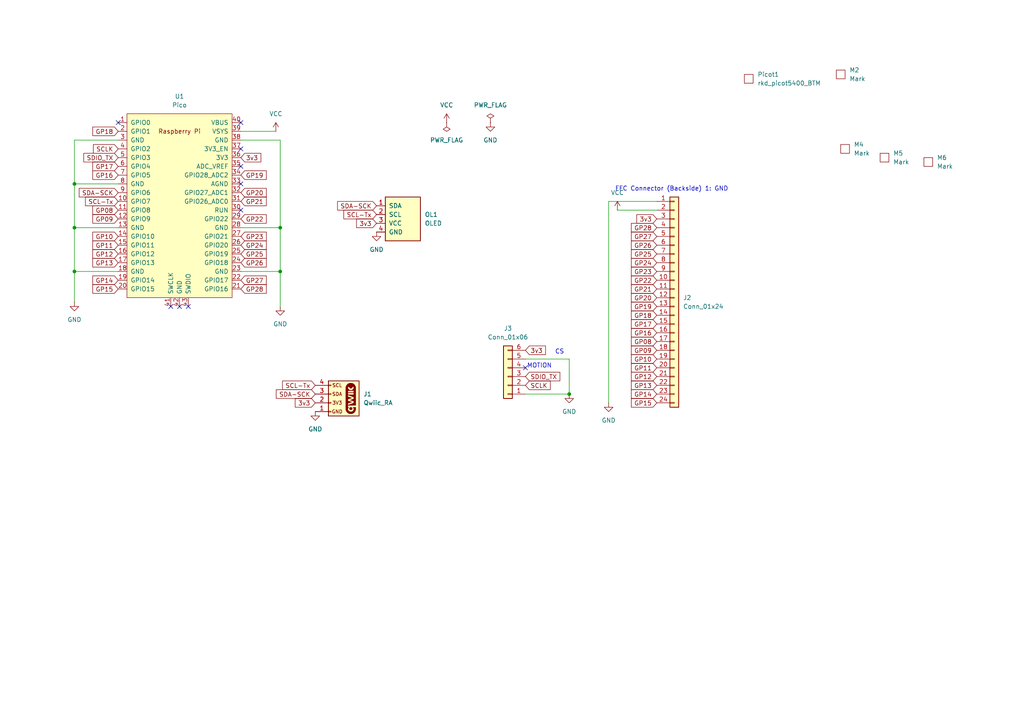
<source format=kicad_sch>
(kicad_sch (version 20231120) (generator "eeschema") (generator_version "8.0")
  (paper "A4")
  (lib_symbols
    (symbol "BrownSugar_KBD:Mark" (pin_numbers hide) (pin_names (offset 0) hide)
      (property "Reference" "M" (at 0 3.81 0))
      (property "Value" "Mark" (at 0 2.54 0))
      (symbol "Mark_0_1"
        (rectangle (start -1.27 1.27) (end 1.27 -1.27))
      )
    )
    (symbol "BrownSugar_KBD:OLED" (pin_names (offset 1.016))
      (property "Reference" "OL" (at 0 7.62 0))
      (property "Value" "OLED" (at 0 -7.62 0))
      (symbol "OLED_0_1"
        (rectangle (start -5.08 6.35) (end 5.08 -6.35) (stroke (width 0.254)) (fill (type background)))
      )
      (symbol "OLED_1_1"
        (pin bidirectional line (at -7.62 3.81 0) (length 2.54) (name "SDA") (number "1"))
        (pin bidirectional line (at -7.62 1.27 0) (length 2.54) (name "SCL") (number "2"))
        (pin power_in line (at -7.62 -1.27 0) (length 2.54) (name "VCC") (number "3"))
        (pin power_in line (at -7.62 -3.81 0) (length 2.54) (name "GND") (number "4"))
      )
    )
    (symbol "Connector_Generic:Conn_01x06" (pin_names (offset 1.016) hide)
      (property "Reference" "J" (at 0 7.62 0))
      (property "Value" "Conn_01x06" (at 0 -10.16 0))
      (symbol "Conn_01x06_1_1"
        (rectangle (start -1.27 -7.493) (end 0 -7.747) (stroke (width 0.1524)))
        (rectangle (start -1.27 -4.953) (end 0 -5.207) (stroke (width 0.1524)))
        (rectangle (start -1.27 -2.413) (end 0 -2.667) (stroke (width 0.1524)))
        (rectangle (start -1.27 0.127) (end 0 -0.127) (stroke (width 0.1524)))
        (rectangle (start -1.27 2.667) (end 0 2.413) (stroke (width 0.1524)))
        (rectangle (start -1.27 5.207) (end 0 4.953) (stroke (width 0.1524)))
        (rectangle (start -1.27 6.35) (end 1.27 -8.89) (stroke (width 0.254)) (fill (type background)))
        (pin passive line (at -5.08 5.08 0) (length 3.81) (name "Pin_1") (number "1"))
        (pin passive line (at -5.08 2.54 0) (length 3.81) (name "Pin_2") (number "2"))
        (pin passive line (at -5.08 0 0) (length 3.81) (name "Pin_3") (number "3"))
        (pin passive line (at -5.08 -2.54 0) (length 3.81) (name "Pin_4") (number "4"))
        (pin passive line (at -5.08 -5.08 0) (length 3.81) (name "Pin_5") (number "5"))
        (pin passive line (at -5.08 -7.62 0) (length 3.81) (name "Pin_6") (number "6"))
      )
    )
    (symbol "Connector_Generic:Conn_01x24" (pin_names (offset 1.016) hide)
      (property "Reference" "J" (at 0 30.48 0))
      (property "Value" "Conn_01x24" (at 0 -33.02 0))
      (symbol "Conn_01x24_1_1"
        (rectangle (start -1.27 -30.353) (end 0 -30.607) (stroke (width 0.1524)))
        (rectangle (start -1.27 -27.813) (end 0 -28.067) (stroke (width 0.1524)))
        (rectangle (start -1.27 -25.273) (end 0 -25.527) (stroke (width 0.1524)))
        (rectangle (start -1.27 -22.733) (end 0 -22.987) (stroke (width 0.1524)))
        (rectangle (start -1.27 -20.193) (end 0 -20.447) (stroke (width 0.1524)))
        (rectangle (start -1.27 -17.653) (end 0 -17.907) (stroke (width 0.1524)))
        (rectangle (start -1.27 -15.113) (end 0 -15.367) (stroke (width 0.1524)))
        (rectangle (start -1.27 -12.573) (end 0 -12.827) (stroke (width 0.1524)))
        (rectangle (start -1.27 -10.033) (end 0 -10.287) (stroke (width 0.1524)))
        (rectangle (start -1.27 -7.493) (end 0 -7.747) (stroke (width 0.1524)))
        (rectangle (start -1.27 -4.953) (end 0 -5.207) (stroke (width 0.1524)))
        (rectangle (start -1.27 -2.413) (end 0 -2.667) (stroke (width 0.1524)))
        (rectangle (start -1.27 0.127) (end 0 -0.127) (stroke (width 0.1524)))
        (rectangle (start -1.27 2.667) (end 0 2.413) (stroke (width 0.1524)))
        (rectangle (start -1.27 5.207) (end 0 4.953) (stroke (width 0.1524)))
        (rectangle (start -1.27 7.747) (end 0 7.493) (stroke (width 0.1524)))
        (rectangle (start -1.27 10.287) (end 0 10.033) (stroke (width 0.1524)))
        (rectangle (start -1.27 12.827) (end 0 12.573) (stroke (width 0.1524)))
        (rectangle (start -1.27 15.367) (end 0 15.113) (stroke (width 0.1524)))
        (rectangle (start -1.27 17.907) (end 0 17.653) (stroke (width 0.1524)))
        (rectangle (start -1.27 20.447) (end 0 20.193) (stroke (width 0.1524)))
        (rectangle (start -1.27 22.987) (end 0 22.733) (stroke (width 0.1524)))
        (rectangle (start -1.27 25.527) (end 0 25.273) (stroke (width 0.1524)))
        (rectangle (start -1.27 28.067) (end 0 27.813) (stroke (width 0.1524)))
        (rectangle (start -1.27 29.21) (end 1.27 -31.75) (stroke (width 0.254)) (fill (type background)))
        (pin passive line (at -5.08 27.94 0) (length 3.81) (name "Pin_1") (number "1"))
        (pin passive line (at -5.08 5.08 0) (length 3.81) (name "Pin_10") (number "10"))
        (pin passive line (at -5.08 2.54 0) (length 3.81) (name "Pin_11") (number "11"))
        (pin passive line (at -5.08 0 0) (length 3.81) (name "Pin_12") (number "12"))
        (pin passive line (at -5.08 -2.54 0) (length 3.81) (name "Pin_13") (number "13"))
        (pin passive line (at -5.08 -5.08 0) (length 3.81) (name "Pin_14") (number "14"))
        (pin passive line (at -5.08 -7.62 0) (length 3.81) (name "Pin_15") (number "15"))
        (pin passive line (at -5.08 -10.16 0) (length 3.81) (name "Pin_16") (number "16"))
        (pin passive line (at -5.08 -12.7 0) (length 3.81) (name "Pin_17") (number "17"))
        (pin passive line (at -5.08 -15.24 0) (length 3.81) (name "Pin_18") (number "18"))
        (pin passive line (at -5.08 -17.78 0) (length 3.81) (name "Pin_19") (number "19"))
        (pin passive line (at -5.08 25.4 0) (length 3.81) (name "Pin_2") (number "2"))
        (pin passive line (at -5.08 -20.32 0) (length 3.81) (name "Pin_20") (number "20"))
        (pin passive line (at -5.08 -22.86 0) (length 3.81) (name "Pin_21") (number "21"))
        (pin passive line (at -5.08 -25.4 0) (length 3.81) (name "Pin_22") (number "22"))
        (pin passive line (at -5.08 -27.94 0) (length 3.81) (name "Pin_23") (number "23"))
        (pin passive line (at -5.08 -30.48 0) (length 3.81) (name "Pin_24") (number "24"))
        (pin passive line (at -5.08 22.86 0) (length 3.81) (name "Pin_3") (number "3"))
        (pin passive line (at -5.08 20.32 0) (length 3.81) (name "Pin_4") (number "4"))
        (pin passive line (at -5.08 17.78 0) (length 3.81) (name "Pin_5") (number "5"))
        (pin passive line (at -5.08 15.24 0) (length 3.81) (name "Pin_6") (number "6"))
        (pin passive line (at -5.08 12.7 0) (length 3.81) (name "Pin_7") (number "7"))
        (pin passive line (at -5.08 10.16 0) (length 3.81) (name "Pin_8") (number "8"))
        (pin passive line (at -5.08 7.62 0) (length 3.81) (name "Pin_9") (number "9"))
      )
    )
    (symbol "RPi_Pico:Pico" (pin_names (offset 1.016))
      (property "Reference" "U" (at -13.97 27.94 0))
      (property "Value" "Pico" (at 0 19.05 0))
      (symbol "Pico_0_0"
        (text "Raspberry Pi" (at 0 21.59 0) (effects (font (size 1.27 1.27))))
      )
      (symbol "Pico_0_1"
        (rectangle (start -15.24 26.67) (end 15.24 -26.67) (fill (type background)))
      )
      (symbol "Pico_1_1"
        (pin bidirectional line (at -17.78 24.13 0) (length 2.54) (name "GPIO0") (number "1"))
        (pin bidirectional line (at -17.78 1.27 0) (length 2.54) (name "GPIO7") (number "10"))
        (pin bidirectional line (at -17.78 -1.27 0) (length 2.54) (name "GPIO8") (number "11"))
        (pin bidirectional line (at -17.78 -3.81 0) (length 2.54) (name "GPIO9") (number "12"))
        (pin power_in line (at -17.78 -6.35 0) (length 2.54) (name "GND") (number "13"))
        (pin bidirectional line (at -17.78 -8.89 0) (length 2.54) (name "GPIO10") (number "14"))
        (pin bidirectional line (at -17.78 -11.43 0) (length 2.54) (name "GPIO11") (number "15"))
        (pin bidirectional line (at -17.78 -13.97 0) (length 2.54) (name "GPIO12") (number "16"))
        (pin bidirectional line (at -17.78 -16.51 0) (length 2.54) (name "GPIO13") (number "17"))
        (pin power_in line (at -17.78 -19.05 0) (length 2.54) (name "GND") (number "18"))
        (pin bidirectional line (at -17.78 -21.59 0) (length 2.54) (name "GPIO14") (number "19"))
        (pin bidirectional line (at -17.78 21.59 0) (length 2.54) (name "GPIO1") (number "2"))
        (pin bidirectional line (at -17.78 -24.13 0) (length 2.54) (name "GPIO15") (number "20"))
        (pin bidirectional line (at 17.78 -24.13 180) (length 2.54) (name "GPIO16") (number "21"))
        (pin bidirectional line (at 17.78 -21.59 180) (length 2.54) (name "GPIO17") (number "22"))
        (pin power_in line (at 17.78 -19.05 180) (length 2.54) (name "GND") (number "23"))
        (pin bidirectional line (at 17.78 -16.51 180) (length 2.54) (name "GPIO18") (number "24"))
        (pin bidirectional line (at 17.78 -13.97 180) (length 2.54) (name "GPIO19") (number "25"))
        (pin bidirectional line (at 17.78 -11.43 180) (length 2.54) (name "GPIO20") (number "26"))
        (pin bidirectional line (at 17.78 -8.89 180) (length 2.54) (name "GPIO21") (number "27"))
        (pin power_in line (at 17.78 -6.35 180) (length 2.54) (name "GND") (number "28"))
        (pin bidirectional line (at 17.78 -3.81 180) (length 2.54) (name "GPIO22") (number "29"))
        (pin power_in line (at -17.78 19.05 0) (length 2.54) (name "GND") (number "3"))
        (pin input line (at 17.78 -1.27 180) (length 2.54) (name "RUN") (number "30"))
        (pin bidirectional line (at 17.78 1.27 180) (length 2.54) (name "GPIO26_ADC0") (number "31"))
        (pin bidirectional line (at 17.78 3.81 180) (length 2.54) (name "GPIO27_ADC1") (number "32"))
        (pin power_in line (at 17.78 6.35 180) (length 2.54) (name "AGND") (number "33"))
        (pin bidirectional line (at 17.78 8.89 180) (length 2.54) (name "GPIO28_ADC2") (number "34"))
        (pin unspecified line (at 17.78 11.43 180) (length 2.54) (name "ADC_VREF") (number "35"))
        (pin unspecified line (at 17.78 13.97 180) (length 2.54) (name "3V3") (number "36"))
        (pin input line (at 17.78 16.51 180) (length 2.54) (name "3V3_EN") (number "37"))
        (pin bidirectional line (at 17.78 19.05 180) (length 2.54) (name "GND") (number "38"))
        (pin unspecified line (at 17.78 21.59 180) (length 2.54) (name "VSYS") (number "39"))
        (pin bidirectional line (at -17.78 16.51 0) (length 2.54) (name "GPIO2") (number "4"))
        (pin unspecified line (at 17.78 24.13 180) (length 2.54) (name "VBUS") (number "40"))
        (pin input line (at -2.54 -29.21 90) (length 2.54) (name "SWCLK") (number "41"))
        (pin power_in line (at 0 -29.21 90) (length 2.54) (name "GND") (number "42"))
        (pin bidirectional line (at 2.54 -29.21 90) (length 2.54) (name "SWDIO") (number "43"))
        (pin bidirectional line (at -17.78 13.97 0) (length 2.54) (name "GPIO3") (number "5"))
        (pin bidirectional line (at -17.78 11.43 0) (length 2.54) (name "GPIO4") (number "6"))
        (pin bidirectional line (at -17.78 8.89 0) (length 2.54) (name "GPIO5") (number "7"))
        (pin power_in line (at -17.78 6.35 0) (length 2.54) (name "GND") (number "8"))
        (pin bidirectional line (at -17.78 3.81 0) (length 2.54) (name "GPIO6") (number "9"))
      )
    )
    (symbol "SparkFun-Connector:Qwiic_Right_Angle" (pin_names (offset 1.016) hide)
      (property "Reference" "J" (at 0 5.08 0))
      (property "Value" "Qwiic_RA" (at 0 -7.62 0))
      (symbol "Qwiic_Right_Angle_0_0"
        (polyline (pts (xy 5.6514 -4.1459) (xy 5.6299 -4.0654) (xy 5.5924 -3.9985) (xy 5.5373 -3.9428) (xy 5.4632 -3.8962) (xy 5.4394 -3.8843) (xy 5.402 -3.8678) (xy 5.3681 -3.8578) (xy 5.3294 -3.8521) (xy 5.2774 -3.8485) (xy 5.2184 -3.8474) (xy 5.1227 -3.8564) (xy 5.0405 -3.8803) (xy 4.9695 -3.9199) (xy 4.9078 -3.9759) (xy 4.8937 -3.9923) (xy 4.8535 -4.0549) (xy 4.8308 -4.124) (xy 4.8237 -4.2048) (xy 4.8239 -4.222) (xy 4.8343 -4.3011) (xy 4.8608 -4.3692) (xy 4.9051 -4.4308) (xy 4.9328 -4.4589) (xy 5.0009 -4.509) (xy 5.0793 -4.5424) (xy 5.1699 -4.5595) (xy 5.2745 -4.5612) (xy 5.3262 -4.5564) (xy 5.4199 -4.5347) (xy 5.4992 -4.4971) (xy 5.5638 -4.444) (xy 5.6131 -4.3757) (xy 5.6467 -4.2926) (xy 5.65 -4.2788) (xy 5.656 -4.2325) (xy 5.6563 -4.1875) (xy 5.6514 -4.1459)) (stroke (width 0.01)) (fill (type outline)))
        (polyline (pts (xy 6.6693 -0.6791) (xy 6.666 1.9332) (xy 6.6418 2.0386) (xy 6.6301 2.0866) (xy 6.5791 2.2527) (xy 6.5141 2.404) (xy 6.4337 2.5432) (xy 6.3364 2.673) (xy 6.2208 2.7959) (xy 6.1699 2.8428) (xy 6.0305 2.9527) (xy 5.8839 3.0422) (xy 5.7295 3.1115) (xy 5.5668 3.1608) (xy 5.3953 3.1902) (xy 5.2146 3.1999) (xy 5.1695 3.1994) (xy 5.0056 3.1868) (xy 4.8507 3.1568) (xy 4.7006 3.1083) (xy 4.5508 3.0404) (xy 4.5104 3.0187) (xy 4.3609 2.9237) (xy 4.2262 2.8129) (xy 4.1067 2.6872) (xy 4.0032 2.5475) (xy 3.9162 2.3947) (xy 3.8466 2.2295) (xy 3.7947 2.0528) (xy 3.7931 2.0453) (xy 3.7912 2.0356) (xy 3.7895 2.0242) (xy 3.7879 2.0106) (xy 3.7864 1.9938) (xy 3.785 1.9733) (xy 3.7837 1.9481) (xy 3.7825 1.9176) (xy 3.7815 1.8811) (xy 3.7805 1.8377) (xy 3.7796 1.7868) (xy 3.7789 1.7275) (xy 3.7781 1.6592) (xy 3.7775 1.5811) (xy 3.777 1.4925) (xy 3.7765 1.3925) (xy 3.7761 1.2805) (xy 3.7757 1.1557) (xy 3.7754 1.0174) (xy 3.7751 0.8648) (xy 3.7749 0.6972) (xy 3.7748 0.5138) (xy 3.7746 0.3139) (xy 3.7745 0.0967) (xy 3.7745 -0.1385) (xy 3.7744 -0.3925) (xy 3.7744 -0.666) (xy 3.7744 -0.9597) (xy 3.7744 -1.2744) (xy 3.7744 -4.5147) (xy 3.8041 -4.6318) (xy 3.8237 -4.7026) (xy 3.8837 -4.868) (xy 3.9606 -5.0206) (xy 4.0556 -5.1623) (xy 4.1695 -5.2947) (xy 4.2945 -5.4115) (xy 4.4355 -5.5159) (xy 4.5859 -5.6007) (xy 4.7459 -5.6661) (xy 4.916 -5.7122) (xy 5.0965 -5.7394) (xy 5.2571 -5.7442) (xy 5.4226 -5.7293) (xy 5.5891 -5.6949) (xy 5.7533 -5.6416) (xy 5.8236 -5.6121) (xy 5.9729 -5.5329) (xy 6.1112 -5.4365) (xy 6.237 -5.3244) (xy 6.3494 -5.1984) (xy 6.4469 -5.0601) (xy 6.5284 -4.9112) (xy 6.5926 -4.7532) (xy 6.6384 -4.5879) (xy 6.6645 -4.4168) (xy 6.6652 -4.405) (xy 6.6664 -4.3703) (xy 6.6676 -4.3199) (xy 6.6687 -4.2572) (xy 6.6696 -4.1859) (xy 6.6703 -4.1097) (xy 6.6721 -3.846) (xy 6.2655 -3.846) (xy 5.8589 -3.846) (xy 5.9219 -3.9104) (xy 5.9349 -3.9241) (xy 6.0001 -4.0112) (xy 6.0471 -4.1097) (xy 6.0754 -4.2189) (xy 6.085 -4.338) (xy 6.0781 -4.4509) (xy 6.0523 -4.5755) (xy 6.0066 -4.6941) (xy 5.952 -4.7864) (xy 5.8765 -4.8752) (xy 5.7858 -4.9517) (xy 5.6826 -5.0132) (xy 5.6313 -5.0372) (xy 5.5644 -5.0638) (xy 5.4981 -5.0834) (xy 5.4249 -5.0981) (xy 5.3375 -5.1098) (xy 5.2452 -5.1158) (xy 5.122 -5.1113) (xy 5.0004 -5.0938) (xy 4.8864 -5.0641) (xy 4.7856 -5.0232) (xy 4.6831 -4.9619) (xy 4.5878 -4.8817) (xy 4.5089 -4.7878) (xy 4.4472 -4.6811) (xy 4.4036 -4.5627) (xy 4.4031 -4.5611) (xy 4.3912 -4.4987) (xy 4.3845 -4.4244) (xy 4.3831 -4.3446) (xy 4.3869 -4.2661) (xy 4.3957 -4.1956) (xy 4.4094 -4.1396) (xy 4.4322 -4.082) (xy 4.485 -3.9879) (xy 4.5552 -3.9031) (xy 4.6109 -3.846) (xy 4.5052 -3.846) (xy 4.3996 -3.846) (xy 4.3996 -3.5687) (xy 4.3996 -3.2914) (xy 4.405 -3.2914) (xy 4.405 -3.2023) (xy 4.4021 -2.9296) (xy 4.4018 -2.8964) (xy 4.4015 -2.8076) (xy 4.4023 -2.7393) (xy 4.4041 -2.6908) (xy 4.407 -2.6611) (xy 4.4111 -2.6495) (xy 4.4137 -2.6484) (xy 4.434 -2.6418) (xy 4.4723 -2.6298) (xy 4.5268 -2.6132) (xy 4.5954 -2.5924) (xy 4.6761 -2.5683) (xy 4.767 -2.5412) (xy 4.866 -2.5118) (xy 4.9713 -2.4808) (xy 5.0173 -2.4672) (xy 5.119 -2.4369) (xy 5.2131 -2.4086) (xy 5.2977 -2.3828) (xy 5.3709 -2.3601) (xy 5.4307 -2.3411) (xy 5.4753 -2.3264) (xy 5.5029 -2.3166) (xy 5.5114 -2.3123) (xy 5.505 -2.3098) (xy 5.4796 -2.3016) (xy 5.4371 -2.2885) (xy 5.3794 -2.2711) (xy 5.3088 -2.2502) (xy 5.2275 -2.2264) (xy 5.1375 -2.2002) (xy 5.0411 -2.1724) (xy 4.9851 -2.1562) (xy 4.8864 -2.1278) (xy 4.7926 -2.1007) (xy 4.7062 -2.0757) (xy 4.63 -2.0536) (xy 4.5666 -2.0351) (xy 4.5187 -2.0211) (xy 4.4891 -2.0123) (xy 4.3992 -1.9852) (xy 4.4021 -1.7229) (xy 4.405 -1.4606) (xy 4.5844 -1.4084) (xy 4.6163 -1.3992) (xy 4.7739 -1.3533) (xy 4.9121 -1.3131) (xy 5.0321 -1.278) (xy 5.1352 -1.2478) (xy 5.2224 -1.2221) (xy 5.2951 -1.2004) (xy 5.3545 -1.1824) (xy 5.4018 -1.1676) (xy 5.4382 -1.1558) (xy 5.465 -1.1465) (xy 5.4834 -1.1392) (xy 5.4945 -1.1338) (xy 5.4997 -1.1296) (xy 5.5001 -1.1264) (xy 5.497 -1.1238) (xy 5.4915 -1.1214) (xy 5.4896 -1.1207) (xy 5.4687 -1.114) (xy 5.4296 -1.1019) (xy 5.3743 -1.0851) (xy 5.3049 -1.0643) (xy 5.2237 -1.04) (xy 5.1326 -1.013) (xy 5.0339 -0.9838) (xy 4.9297 -0.9531) (xy 4.3996 -0.7973) (xy 4.3996 -0.533) (xy 4.3997 -0.479) (xy 4.4004 -0.4111) (xy 4.4015 -0.3532) (xy 4.4029 -0.3082) (xy 4.4047 -0.279) (xy 4.4066 -0.2687) (xy 4.409 -0.2694) (xy 4.4284 -0.2761) (xy 4.4661 -0.2895) (xy 4.5204 -0.309) (xy 4.5899 -0.3341) (xy 4.6729 -0.3642) (xy 4.7681 -0.3988) (xy 4.8737 -0.4372) (xy 4.9883 -0.479) (xy 5.1104 -0.5236) (xy 5.2384 -0.5703) (xy 6.0632 -0.872) (xy 6.0632 -0.1926) (xy 5.2314 -0.1926) (xy 4.3996 -0.1926) (xy 4.3996 0.0793) (xy 4.3996 0.3511) (xy 5.2314 0.3511) (xy 6.0632 0.3511) (xy 6.0632 0.4598) (xy 5.2314 0.4598) (xy 4.3996 0.4598) (xy 4.3996 0.7317) (xy 4.3996 1.0035) (xy 5.2314 1.0035) (xy 5.2368 1.0035) (xy 5.2368 1.1177) (xy 5.1465 1.1192) (xy 5.0667 1.1248) (xy 4.9975 1.1357) (xy 4.9332 1.1532) (xy 4.8683 1.1784) (xy 4.7971 1.2126) (xy 4.7662 1.2298) (xy 4.6808 1.2903) (xy 4.6008 1.3651) (xy 4.5314 1.4489) (xy 4.4781 1.5363) (xy 4.4686 1.5557) (xy 4.4306 1.6462) (xy 4.4052 1.7353) (xy 4.3905 1.8304) (xy 4.385 1.9386) (xy 4.3833 2.0745) (xy 4.6089 2.0775) (xy 4.8345 2.0804) (xy 4.8348 1.9959) (xy 4.8368 1.9483) (xy 4.8488 1.8858) (xy 4.8738 1.8316) (xy 4.9144 1.7788) (xy 4.9734 1.7289) (xy 5.0458 1.6921) (xy 5.1277 1.6689) (xy 5.215 1.6593) (xy 5.3038 1.6635) (xy 5.3902 1.6815) (xy 5.4702 1.7136) (xy 5.54 1.7597) (xy 5.5733 1.7923) (xy 5.6073 1.844) (xy 5.628 1.9066) (xy 5.6372 1.9843) (xy 5.6418 2.0804) (xy 5.8607 2.0775) (xy 6.0795 2.0745) (xy 6.0811 1.9712) (xy 6.0811 1.9207) (xy 6.0739 1.8134) (xy 6.0554 1.7157) (xy 6.024 1.6204) (xy 5.9781 1.5204) (xy 5.9341 1.4457) (xy 5.8571 1.3499) (xy 5.7651 1.2695) (xy 5.6591 1.2056) (xy 5.6251 1.1892) (xy 5.5646 1.1627) (xy 5.5097 1.1435) (xy 5.4549 1.1305) (xy 5.3948 1.1226) (xy 5.3239 1.1188) (xy 5.2368 1.1177) (xy 5.2368 1.0035) (xy 6.0632 1.0035) (xy 6.0632 0.7317) (xy 6.0632 0.4598) (xy 6.0632 0.3511) (xy 6.0632 0.0793) (xy 6.0632 -0.1926) (xy 6.0632 -0.872) (xy 6.0632 -1.1439) (xy 6.0632 -1.4158) (xy 5.552 -1.5728) (xy 5.5357 -1.5778) (xy 5.4361 -1.6086) (xy 5.3436 -1.6376) (xy 5.2603 -1.6641) (xy 5.1881 -1.6874) (xy 5.129 -1.707) (xy 5.0848 -1.7222) (xy 5.0575 -1.7324) (xy 5.0491 -1.7369) (xy 5.0493 -1.737) (xy 5.0624 -1.742) (xy 5.094 -1.7527) (xy 5.1423 -1.7684) (xy 5.2051 -1.7886) (xy 5.2803 -1.8124) (xy 5.3659 -1.8394) (xy 5.46 -1.8688) (xy 5.5603 -1.9) (xy 6.0632 -2.0559) (xy 6.063 -2.3284) (xy 6.0628 -2.601) (xy 5.2339 -2.9017) (xy 4.405 -3.2023) (xy 4.405 -3.2914) (xy 5.5361 -3.2914) (xy 6.6725 -3.2914) (xy 6.6693 -0.6791)) (stroke (width 0.01)) (fill (type outline)))
      )
      (symbol "Qwiic_Right_Angle_1_1"
        (rectangle (start -1.27 -4.953) (end -0.508 -5.207) (stroke (width 0.1524)))
        (rectangle (start -1.27 -2.413) (end -0.508 -2.667) (stroke (width 0.1524)))
        (rectangle (start -1.27 0.127) (end -0.508 -0.127) (stroke (width 0.1524)))
        (rectangle (start -1.27 2.667) (end -0.508 2.413) (stroke (width 0.1524)))
        (rectangle (start -1.27 3.81) (end 7.62 -6.35) (stroke (width 0.254)) (fill (type background)))
        (text "3V3" (at 1.27 -2.54 0) (effects (font (size 1 1))))
        (text "GND" (at 1.27 -5.08 0) (effects (font (size 1 1))))
        (text "SCL" (at 1.27 2.54 0) (effects (font (size 1 1))))
        (text "SDA" (at 1.27 0 0) (effects (font (size 1 1))))
        (pin passive line (at -5.08 -5.08 0) (length 3.81) (name "Pin_1") (number "1"))
        (pin passive line (at -5.08 -2.54 0) (length 3.81) (name "Pin_2") (number "2"))
        (pin passive line (at -5.08 0 0) (length 3.81) (name "Pin_3") (number "3"))
        (pin passive line (at -5.08 2.54 0) (length 3.81) (name "Pin_4") (number "4"))
        (pin no_connect line (at 5.08 3.81 270) (length 2.54) hide (name "NC") (number "NC1"))
        (pin no_connect line (at 6.35 3.81 270) (length 2.54) hide (name "NC") (number "NC2"))
      )
    )
    (symbol "power:GND" (power) (pin_numbers hide) (pin_names (offset 0) hide)
      (property "Value" "GND" (at 0 -3.81 0))
      (symbol "GND_0_1"
        (polyline (pts (xy 0 0) (xy 0 -1.27) (xy 1.27 -1.27) (xy 0 -2.54) (xy -1.27 -1.27) (xy 0 -1.27)))
      )
      (symbol "GND_1_1"
        (pin power_in line (at 0 0 270) (length 0) (name "~") (number "1"))
      )
    )
    (symbol "power:PWR_FLAG" (power) (pin_numbers hide) (pin_names (offset 0) hide)
      (property "Value" "PWR_FLAG" (at 0 3.81 0))
      (symbol "PWR_FLAG_0_0"
        (pin power_out line (at 0 0 90) (length 0) (name "~") (number "1"))
      )
      (symbol "PWR_FLAG_0_1"
        (polyline (pts (xy 0 0) (xy 0 1.27) (xy -1.016 1.905) (xy 0 2.54) (xy 1.016 1.905) (xy 0 1.27)))
      )
    )
    (symbol "power:VCC" (power) (pin_numbers hide) (pin_names (offset 0) hide)
      (property "Value" "VCC" (at 0 3.556 0))
      (symbol "VCC_0_1"
        (polyline (pts (xy -0.762 1.27) (xy 0 2.54)))
        (polyline (pts (xy 0 0) (xy 0 2.54)))
        (polyline (pts (xy 0 2.54) (xy 0.762 1.27)))
      )
      (symbol "VCC_1_1"
        (pin power_in line (at 0 0 90) (length 0) (name "~") (number "1"))
      )
    )
  )
  (junction (at 21.59 66.04))
  (junction (at 81.28 78.74))
  (junction (at 21.59 78.74))
  (junction (at 165.1 114.3))
  (junction (at 81.28 66.04))
  (junction (at 21.59 53.34))
  (no_connect (at 69.85 35.56))
  (no_connect (at 69.85 60.96))
  (no_connect (at 34.29 35.56))
  (no_connect (at 54.61 88.9))
  (no_connect (at 69.85 48.26))
  (no_connect (at 49.53 88.9))
  (no_connect (at 69.85 43.18))
  (no_connect (at 152.4 106.68))
  (no_connect (at 52.07 88.9))
  (no_connect (at 69.85 53.34))
  (wire (pts (xy 81.28 66.04) (xy 81.28 78.74)))
  (wire (pts (xy 34.29 40.64) (xy 21.59 40.64)))
  (wire (pts (xy 34.29 53.34) (xy 21.59 53.34)))
  (wire (pts (xy 81.28 78.74) (xy 81.28 88.9)))
  (wire (pts (xy 176.53 58.42) (xy 176.53 116.84)))
  (wire (pts (xy 179.07 60.96) (xy 190.5 60.96)))
  (wire (pts (xy 21.59 78.74) (xy 21.59 87.63)))
  (wire (pts (xy 81.28 40.64) (xy 81.28 66.04)))
  (wire (pts (xy 21.59 53.34) (xy 21.59 66.04)))
  (wire (pts (xy 21.59 66.04) (xy 21.59 78.74)))
  (wire (pts (xy 165.1 104.14) (xy 152.4 104.14)))
  (wire (pts (xy 69.85 78.74) (xy 81.28 78.74)))
  (wire (pts (xy 69.85 38.1) (xy 80.01 38.1)))
  (wire (pts (xy 34.29 78.74) (xy 21.59 78.74)))
  (wire (pts (xy 69.85 40.64) (xy 81.28 40.64)))
  (wire (pts (xy 34.29 66.04) (xy 21.59 66.04)))
  (wire (pts (xy 165.1 104.14) (xy 165.1 114.3)))
  (wire (pts (xy 21.59 40.64) (xy 21.59 53.34)))
  (wire (pts (xy 152.4 114.3) (xy 165.1 114.3)))
  (wire (pts (xy 190.5 58.42) (xy 176.53 58.42)))
  (wire (pts (xy 69.85 66.04) (xy 81.28 66.04)))
  (text "CS" (at 162.306 102.108 0) (effects (font (size 1.27 1.27))))
  (text "MOTION" (at 156.464 106.172 0) (effects (font (size 1.27 1.27))))
  (text "FFC Connector (Backside) 1: GND" (at 194.818 54.864 0) (effects (font (size 1.27 1.27))))
  (global_label "GP28" (shape input) (at 190.5 66.04 180) (property "Intersheetrefs" "${INTERSHEET_REFS}" (effects (hide yes))))
  (global_label "GP13" (shape input) (at 34.29 76.2 180) (property "Intersheetrefs" "${INTERSHEET_REFS}" (effects (hide yes))))
  (global_label "3v3" (shape input) (at 109.22 64.77 180) (property "Intersheetrefs" "${INTERSHEET_REFS}" (effects (hide yes))))
  (global_label "GP24" (shape input) (at 69.85 71.12 0) (property "Intersheetrefs" "${INTERSHEET_REFS}" (effects (hide yes))))
  (global_label "SDA-SCK" (shape input) (at 109.22 59.69 180) (property "Intersheetrefs" "${INTERSHEET_REFS}" (effects (hide yes))))
  (global_label "GP10" (shape input) (at 190.5 104.14 180) (property "Intersheetrefs" "${INTERSHEET_REFS}" (effects (hide yes))))
  (global_label "GP22" (shape input) (at 190.5 81.28 180) (property "Intersheetrefs" "${INTERSHEET_REFS}" (effects (hide yes))))
  (global_label "3v3" (shape input) (at 152.4 101.6 0) (property "Intersheetrefs" "${INTERSHEET_REFS}" (effects (hide yes))))
  (global_label "GP19" (shape input) (at 69.85 50.8 0) (property "Intersheetrefs" "${INTERSHEET_REFS}" (effects (hide yes))))
  (global_label "SDIO_TX" (shape input) (at 34.29 45.72 180) (property "Intersheetrefs" "${INTERSHEET_REFS}" (effects (hide yes))))
  (global_label "GP09" (shape input) (at 34.29 63.5 180) (property "Intersheetrefs" "${INTERSHEET_REFS}" (effects (hide yes))))
  (global_label "GP08" (shape input) (at 34.29 60.96 180) (property "Intersheetrefs" "${INTERSHEET_REFS}" (effects (hide yes))))
  (global_label "GP09" (shape input) (at 190.5 101.6 180) (property "Intersheetrefs" "${INTERSHEET_REFS}" (effects (hide yes))))
  (global_label "GP15" (shape input) (at 190.5 116.84 180) (property "Intersheetrefs" "${INTERSHEET_REFS}" (effects (hide yes))))
  (global_label "GP14" (shape input) (at 34.29 81.28 180) (property "Intersheetrefs" "${INTERSHEET_REFS}" (effects (hide yes))))
  (global_label "SCLK" (shape input) (at 34.29 43.18 180) (property "Intersheetrefs" "${INTERSHEET_REFS}" (effects (hide yes))))
  (global_label "GP21" (shape input) (at 69.85 58.42 0) (property "Intersheetrefs" "${INTERSHEET_REFS}" (effects (hide yes))))
  (global_label "SDA-SCK" (shape input) (at 34.29 55.88 180) (property "Intersheetrefs" "${INTERSHEET_REFS}" (effects (hide yes))))
  (global_label "GP21" (shape input) (at 190.5 83.82 180) (property "Intersheetrefs" "${INTERSHEET_REFS}" (effects (hide yes))))
  (global_label "SCL-Tx" (shape input) (at 34.29 58.42 180) (property "Intersheetrefs" "${INTERSHEET_REFS}" (effects (hide yes))))
  (global_label "SCL-Tx" (shape input) (at 91.44 111.76 180) (property "Intersheetrefs" "${INTERSHEET_REFS}" (effects (hide yes))))
  (global_label "GP25" (shape input) (at 190.5 73.66 180) (property "Intersheetrefs" "${INTERSHEET_REFS}" (effects (hide yes))))
  (global_label "GP11" (shape input) (at 190.5 106.68 180) (property "Intersheetrefs" "${INTERSHEET_REFS}" (effects (hide yes))))
  (global_label "GP26" (shape input) (at 69.85 76.2 0) (property "Intersheetrefs" "${INTERSHEET_REFS}" (effects (hide yes))))
  (global_label "GP24" (shape input) (at 190.5 76.2 180) (property "Intersheetrefs" "${INTERSHEET_REFS}" (effects (hide yes))))
  (global_label "GP28" (shape input) (at 69.85 83.82 0) (property "Intersheetrefs" "${INTERSHEET_REFS}" (effects (hide yes))))
  (global_label "GP14" (shape input) (at 190.5 114.3 180) (property "Intersheetrefs" "${INTERSHEET_REFS}" (effects (hide yes))))
  (global_label "3v3" (shape input) (at 69.85 45.72 0) (property "Intersheetrefs" "${INTERSHEET_REFS}" (effects (hide yes))))
  (global_label "GP27" (shape input) (at 190.5 68.58 180) (property "Intersheetrefs" "${INTERSHEET_REFS}" (effects (hide yes))))
  (global_label "GP19" (shape input) (at 190.5 88.9 180) (property "Intersheetrefs" "${INTERSHEET_REFS}" (effects (hide yes))))
  (global_label "GP23" (shape input) (at 190.5 78.74 180) (property "Intersheetrefs" "${INTERSHEET_REFS}" (effects (hide yes))))
  (global_label "GP27" (shape input) (at 69.85 81.28 0) (property "Intersheetrefs" "${INTERSHEET_REFS}" (effects (hide yes))))
  (global_label "GP12" (shape input) (at 34.29 73.66 180) (property "Intersheetrefs" "${INTERSHEET_REFS}" (effects (hide yes))))
  (global_label "SDA-SCK" (shape input) (at 91.44 114.3 180) (property "Intersheetrefs" "${INTERSHEET_REFS}" (effects (hide yes))))
  (global_label "GP20" (shape input) (at 69.85 55.88 0) (property "Intersheetrefs" "${INTERSHEET_REFS}" (effects (hide yes))))
  (global_label "GP25" (shape input) (at 69.85 73.66 0) (property "Intersheetrefs" "${INTERSHEET_REFS}" (effects (hide yes))))
  (global_label "SCL-Tx" (shape input) (at 109.22 62.23 180) (property "Intersheetrefs" "${INTERSHEET_REFS}" (effects (hide yes))))
  (global_label "GP12" (shape input) (at 190.5 109.22 180) (property "Intersheetrefs" "${INTERSHEET_REFS}" (effects (hide yes))))
  (global_label "GP13" (shape input) (at 190.5 111.76 180) (property "Intersheetrefs" "${INTERSHEET_REFS}" (effects (hide yes))))
  (global_label "GP15" (shape input) (at 34.29 83.82 180) (property "Intersheetrefs" "${INTERSHEET_REFS}" (effects (hide yes))))
  (global_label "GP10" (shape input) (at 34.29 68.58 180) (property "Intersheetrefs" "${INTERSHEET_REFS}" (effects (hide yes))))
  (global_label "GP23" (shape input) (at 69.85 68.58 0) (property "Intersheetrefs" "${INTERSHEET_REFS}" (effects (hide yes))))
  (global_label "SDIO_TX" (shape input) (at 152.4 109.22 0) (property "Intersheetrefs" "${INTERSHEET_REFS}" (effects (hide yes))))
  (global_label "GP22" (shape input) (at 69.85 63.5 0) (property "Intersheetrefs" "${INTERSHEET_REFS}" (effects (hide yes))))
  (global_label "GP26" (shape input) (at 190.5 71.12 180) (property "Intersheetrefs" "${INTERSHEET_REFS}" (effects (hide yes))))
  (global_label "GP17" (shape input) (at 190.5 93.98 180) (property "Intersheetrefs" "${INTERSHEET_REFS}" (effects (hide yes))))
  (global_label "SCLK" (shape input) (at 152.4 111.76 0) (property "Intersheetrefs" "${INTERSHEET_REFS}" (effects (hide yes))))
  (global_label "GP16" (shape input) (at 190.5 96.52 180) (property "Intersheetrefs" "${INTERSHEET_REFS}" (effects (hide yes))))
  (global_label "GP17" (shape input) (at 34.29 48.26 180) (property "Intersheetrefs" "${INTERSHEET_REFS}" (effects (hide yes))))
  (global_label "GP18" (shape input) (at 34.29 38.1 180) (property "Intersheetrefs" "${INTERSHEET_REFS}" (effects (hide yes))))
  (global_label "GP08" (shape input) (at 190.5 99.06 180) (property "Intersheetrefs" "${INTERSHEET_REFS}" (effects (hide yes))))
  (global_label "GP18" (shape input) (at 190.5 91.44 180) (property "Intersheetrefs" "${INTERSHEET_REFS}" (effects (hide yes))))
  (global_label "GP11" (shape input) (at 34.29 71.12 180) (property "Intersheetrefs" "${INTERSHEET_REFS}" (effects (hide yes))))
  (global_label "GP16" (shape input) (at 34.29 50.8 180) (property "Intersheetrefs" "${INTERSHEET_REFS}" (effects (hide yes))))
  (global_label "3v3" (shape input) (at 190.5 63.5 180) (property "Intersheetrefs" "${INTERSHEET_REFS}" (effects (hide yes))))
  (global_label "3v3" (shape input) (at 91.44 116.84 180) (property "Intersheetrefs" "${INTERSHEET_REFS}" (effects (hide yes))))
  (global_label "GP20" (shape input) (at 190.5 86.36 180) (property "Intersheetrefs" "${INTERSHEET_REFS}" (effects (hide yes))))
  (symbol (lib_id "RPi_Pico:Pico") (at 52.07 59.69 0) (unit 1)
    (property "Reference" "U1" (at 52.07 27.94 0))
    (property "Value" "Pico" (at 52.07 30.48 0))
    (property "Footprint" "Rikkodo_FootPrint:rkd_RPi_Pico_TH_NODBG" (effects (hide yes)))
  )
  (symbol (lib_id "Connector_Generic:Conn_01x06") (at 147.32 109.22 180) (unit 1)
    (property "Reference" "J3" (at 147.32 95.25 0))
    (property "Value" "Conn_01x06" (at 147.32 97.79 0))
    (property "Footprint" "Connector_FFC-FPC:Hirose_FH12-6S-0.5SH_1x06-1MP_P0.50mm_Horizontal" (effects (hide yes)))
    (property "Description" "Generic connector, single row, 01x06, script generated (kicad-library-utils/schlib/autogen/connector/)" (effects (hide yes)))
  )
  (symbol (lib_id "power:VCC") (at 80.01 38.1 0) (unit 1)
    (property "Reference" "#PWR3" (effects (hide yes)))
    (property "Value" "VCC" (at 80.01 33.02 0))
    (property "Description" "Power symbol creates a global label with name \"VCC\"" (effects (hide yes)))
  )
  (symbol (lib_id "power:PWR_FLAG") (at 129.54 35.56 180) (unit 1)
    (property "Reference" "#FLG1" (effects (hide yes)))
    (property "Value" "PWR_FLAG" (at 129.54 40.64 0))
    (property "Description" "Special symbol for telling ERC where power comes from" (effects (hide yes)))
  )
  (symbol (lib_id "power:VCC") (at 179.07 60.96 0) (unit 1)
    (property "Reference" "#PWR2" (effects (hide yes)))
    (property "Value" "VCC" (at 179.07 55.88 0))
    (property "Description" "Power symbol creates a global label with name \"VCC\"" (effects (hide yes)))
  )
  (symbol (lib_id "power:GND") (at 142.24 35.56 0) (unit 1)
    (property "Reference" "#PWR10" (effects (hide yes)))
    (property "Value" "GND" (at 142.24 40.64 0))
    (property "Description" "Power symbol creates a global label with name \"GND\" , ground" (effects (hide yes)))
  )
  (symbol (lib_id "power:PWR_FLAG") (at 142.24 35.56 0) (unit 1)
    (property "Reference" "#FLG2" (effects (hide yes)))
    (property "Value" "PWR_FLAG" (at 142.24 30.48 0))
    (property "Description" "Special symbol for telling ERC where power comes from" (effects (hide yes)))
  )
  (symbol (lib_id "BrownSugar_KBD:Mark") (at 243.84 21.59 0) (unit 1)
    (property "Reference" "M2" (at 246.38 20.3199 0) (effects (justify left)))
    (property "Value" "Mark" (at 246.38 22.8599 0) (effects (justify left)))
    (property "Footprint" "Rikkodo_FootPrint:rkd_Point_Hall" (effects (hide yes)))
  )
  (symbol (lib_id "BrownSugar_KBD:OLED") (at 116.84 63.5 0) (unit 1)
    (property "Reference" "OL1" (at 123.19 62.2299 0) (effects (justify left)))
    (property "Value" "OLED" (at 123.19 64.7699 0) (effects (justify left)))
    (property "Footprint" "BrownSugar_KBD:OLED_center_display" (effects (hide yes)))
  )
  (symbol (lib_id "power:VCC") (at 129.54 35.56 0) (unit 1)
    (property "Reference" "#PWR9" (effects (hide yes)))
    (property "Value" "VCC" (at 129.54 30.48 0))
    (property "Description" "Power symbol creates a global label with name \"VCC\"" (effects (hide yes)))
  )
  (symbol (lib_id "BrownSugar_KBD:Mark") (at 217.17 22.86 0) (unit 1)
    (property "Reference" "Picot1" (at 219.71 21.5899 0) (effects (justify left)))
    (property "Value" "rkd_picot5400_BTM" (at 219.71 24.1299 0) (effects (justify left)))
    (property "Footprint" "Rikkodo_FootPrint:rkd_picot5400_BTM" (effects (hide yes)))
  )
  (symbol (lib_id "power:GND") (at 21.59 87.63 0) (unit 1)
    (property "Reference" "#PWR5" (effects (hide yes)))
    (property "Value" "GND" (at 21.59 92.71 0))
    (property "Description" "Power symbol creates a global label with name \"GND\" , ground" (effects (hide yes)))
  )
  (symbol (lib_id "BrownSugar_KBD:Mark") (at 245.11 43.18 0) (unit 1) (in_bom no)
    (property "Reference" "M4" (at 247.65 41.9099 0) (effects (justify left)))
    (property "Value" "Mark" (at 247.65 44.4499 0) (effects (justify left)))
    (property "Footprint" "kbd_Hole:m2_Screw_Hole" (effects (hide yes)))
  )
  (symbol (lib_id "power:GND") (at 91.44 119.38 0) (unit 1)
    (property "Reference" "#PWR6" (effects (hide yes)))
    (property "Value" "GND" (at 91.44 124.46 0))
    (property "Description" "Power symbol creates a global label with name \"GND\" , ground" (effects (hide yes)))
  )
  (symbol (lib_id "BrownSugar_KBD:Mark") (at 256.54 45.72 0) (unit 1) (in_bom no)
    (property "Reference" "M5" (at 259.08 44.4499 0) (effects (justify left)))
    (property "Value" "Mark" (at 259.08 46.9899 0) (effects (justify left)))
    (property "Footprint" "kbd_Hole:m2_Screw_Hole" (effects (hide yes)))
  )
  (symbol (lib_id "power:GND") (at 165.1 114.3 0) (unit 1)
    (property "Reference" "#PWR8" (effects (hide yes)))
    (property "Value" "GND" (at 165.1 119.38 0))
    (property "Description" "Power symbol creates a global label with name \"GND\" , ground" (effects (hide yes)))
  )
  (symbol (lib_id "power:GND") (at 109.22 67.31 0) (unit 1)
    (property "Reference" "#PWR7" (effects (hide yes)))
    (property "Value" "GND" (at 109.22 72.39 0))
    (property "Description" "Power symbol creates a global label with name \"GND\" , ground" (effects (hide yes)))
  )
  (symbol (lib_id "power:GND") (at 81.28 88.9 0) (unit 1)
    (property "Reference" "#PWR4" (effects (hide yes)))
    (property "Value" "GND" (at 81.28 93.98 0))
    (property "Description" "Power symbol creates a global label with name \"GND\" , ground" (effects (hide yes)))
  )
  (symbol (lib_id "SparkFun-Connector:Qwiic_Right_Angle") (at 96.52 114.3 0) (unit 1)
    (property "Reference" "J1" (at 105.41 114.2999 0) (effects (justify left)))
    (property "Value" "Qwiic_RA" (at 105.41 116.8399 0) (effects (justify left)))
    (property "Footprint" "SparkFun-Connector:JST_SMD_1.0mm-4_Black" (effects (hide yes)))
    (property "Datasheet" "https://www.jst-mfg.com/product/pdf/eng/eSH.pdf" (effects (hide yes)))
    (property "Description" "4 pin JST 1mm polarized connector for I2C" (effects (hide yes)))
    (property "PROD_ID" "CONN-13694" (effects (hide yes)))
  )
  (symbol (lib_id "BrownSugar_KBD:Mark") (at 269.24 46.99 0) (unit 1) (in_bom no)
    (property "Reference" "M6" (at 271.78 45.7199 0) (effects (justify left)))
    (property "Value" "Mark" (at 271.78 48.2599 0) (effects (justify left)))
    (property "Footprint" "kbd_Hole:m2_Screw_Hole" (effects (hide yes)))
  )
  (symbol (lib_id "power:GND") (at 176.53 116.84 0) (unit 1)
    (property "Reference" "#PWR1" (effects (hide yes)))
    (property "Value" "GND" (at 176.53 121.92 0))
    (property "Description" "Power symbol creates a global label with name \"GND\" , ground" (effects (hide yes)))
  )
  (symbol (lib_id "Connector_Generic:Conn_01x24") (at 195.58 86.36 0) (unit 1)
    (property "Reference" "J2" (at 198.12 86.3599 0) (effects (justify left)))
    (property "Value" "Conn_01x24" (at 198.12 88.8999 0) (effects (justify left)))
    (property "Footprint" "Connector_FFC-FPC:Hirose_FH12-24S-0.5SH_1x24-1MP_P0.50mm_Horizontal" (effects (hide yes)))
    (property "Description" "Generic connector, single row, 01x24, script generated (kicad-library-utils/schlib/autogen/connector/)" (effects (hide yes)))
  )
)
</source>
